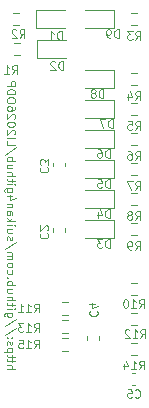
<source format=gbo>
G04 #@! TF.GenerationSoftware,KiCad,Pcbnew,5.1.12-84ad8e8a86~92~ubuntu20.04.1*
G04 #@! TF.CreationDate,2022-01-11T07:23:18+09:00*
G04 #@! TF.ProjectId,LI2026ODP,4c493230-3236-44f4-9450-2e6b69636164,rev?*
G04 #@! TF.SameCoordinates,Original*
G04 #@! TF.FileFunction,Legend,Bot*
G04 #@! TF.FilePolarity,Positive*
%FSLAX46Y46*%
G04 Gerber Fmt 4.6, Leading zero omitted, Abs format (unit mm)*
G04 Created by KiCad (PCBNEW 5.1.12-84ad8e8a86~92~ubuntu20.04.1) date 2022-01-11 07:23:18*
%MOMM*%
%LPD*%
G01*
G04 APERTURE LIST*
%ADD10C,0.100000*%
%ADD11C,0.120000*%
G04 APERTURE END LIST*
D10*
X119063333Y-115973333D02*
X119763333Y-115973333D01*
X119063333Y-115673333D02*
X119430000Y-115673333D01*
X119496666Y-115706666D01*
X119530000Y-115773333D01*
X119530000Y-115873333D01*
X119496666Y-115940000D01*
X119463333Y-115973333D01*
X119530000Y-115440000D02*
X119530000Y-115173333D01*
X119763333Y-115340000D02*
X119163333Y-115340000D01*
X119096666Y-115306666D01*
X119063333Y-115240000D01*
X119063333Y-115173333D01*
X119530000Y-115040000D02*
X119530000Y-114773333D01*
X119763333Y-114940000D02*
X119163333Y-114940000D01*
X119096666Y-114906666D01*
X119063333Y-114840000D01*
X119063333Y-114773333D01*
X119530000Y-114540000D02*
X118830000Y-114540000D01*
X119496666Y-114540000D02*
X119530000Y-114473333D01*
X119530000Y-114340000D01*
X119496666Y-114273333D01*
X119463333Y-114240000D01*
X119396666Y-114206666D01*
X119196666Y-114206666D01*
X119130000Y-114240000D01*
X119096666Y-114273333D01*
X119063333Y-114340000D01*
X119063333Y-114473333D01*
X119096666Y-114540000D01*
X119096666Y-113940000D02*
X119063333Y-113873333D01*
X119063333Y-113740000D01*
X119096666Y-113673333D01*
X119163333Y-113640000D01*
X119196666Y-113640000D01*
X119263333Y-113673333D01*
X119296666Y-113740000D01*
X119296666Y-113840000D01*
X119330000Y-113906666D01*
X119396666Y-113940000D01*
X119430000Y-113940000D01*
X119496666Y-113906666D01*
X119530000Y-113840000D01*
X119530000Y-113740000D01*
X119496666Y-113673333D01*
X119130000Y-113340000D02*
X119096666Y-113306666D01*
X119063333Y-113340000D01*
X119096666Y-113373333D01*
X119130000Y-113340000D01*
X119063333Y-113340000D01*
X119496666Y-113340000D02*
X119463333Y-113306666D01*
X119430000Y-113340000D01*
X119463333Y-113373333D01*
X119496666Y-113340000D01*
X119430000Y-113340000D01*
X119796666Y-112506666D02*
X118896666Y-113106666D01*
X119796666Y-111773333D02*
X118896666Y-112373333D01*
X119530000Y-111240000D02*
X118963333Y-111240000D01*
X118896666Y-111273333D01*
X118863333Y-111306666D01*
X118830000Y-111373333D01*
X118830000Y-111473333D01*
X118863333Y-111540000D01*
X119096666Y-111240000D02*
X119063333Y-111306666D01*
X119063333Y-111440000D01*
X119096666Y-111506666D01*
X119130000Y-111540000D01*
X119196666Y-111573333D01*
X119396666Y-111573333D01*
X119463333Y-111540000D01*
X119496666Y-111506666D01*
X119530000Y-111440000D01*
X119530000Y-111306666D01*
X119496666Y-111240000D01*
X119063333Y-110906666D02*
X119530000Y-110906666D01*
X119763333Y-110906666D02*
X119730000Y-110940000D01*
X119696666Y-110906666D01*
X119730000Y-110873333D01*
X119763333Y-110906666D01*
X119696666Y-110906666D01*
X119530000Y-110673333D02*
X119530000Y-110406666D01*
X119763333Y-110573333D02*
X119163333Y-110573333D01*
X119096666Y-110540000D01*
X119063333Y-110473333D01*
X119063333Y-110406666D01*
X119063333Y-110173333D02*
X119763333Y-110173333D01*
X119063333Y-109873333D02*
X119430000Y-109873333D01*
X119496666Y-109906666D01*
X119530000Y-109973333D01*
X119530000Y-110073333D01*
X119496666Y-110140000D01*
X119463333Y-110173333D01*
X119530000Y-109240000D02*
X119063333Y-109240000D01*
X119530000Y-109540000D02*
X119163333Y-109540000D01*
X119096666Y-109506666D01*
X119063333Y-109440000D01*
X119063333Y-109340000D01*
X119096666Y-109273333D01*
X119130000Y-109240000D01*
X119063333Y-108906666D02*
X119763333Y-108906666D01*
X119496666Y-108906666D02*
X119530000Y-108840000D01*
X119530000Y-108706666D01*
X119496666Y-108640000D01*
X119463333Y-108606666D01*
X119396666Y-108573333D01*
X119196666Y-108573333D01*
X119130000Y-108606666D01*
X119096666Y-108640000D01*
X119063333Y-108706666D01*
X119063333Y-108840000D01*
X119096666Y-108906666D01*
X119130000Y-108273333D02*
X119096666Y-108240000D01*
X119063333Y-108273333D01*
X119096666Y-108306666D01*
X119130000Y-108273333D01*
X119063333Y-108273333D01*
X119096666Y-107640000D02*
X119063333Y-107706666D01*
X119063333Y-107840000D01*
X119096666Y-107906666D01*
X119130000Y-107940000D01*
X119196666Y-107973333D01*
X119396666Y-107973333D01*
X119463333Y-107940000D01*
X119496666Y-107906666D01*
X119530000Y-107840000D01*
X119530000Y-107706666D01*
X119496666Y-107640000D01*
X119063333Y-107240000D02*
X119096666Y-107306666D01*
X119130000Y-107340000D01*
X119196666Y-107373333D01*
X119396666Y-107373333D01*
X119463333Y-107340000D01*
X119496666Y-107306666D01*
X119530000Y-107240000D01*
X119530000Y-107140000D01*
X119496666Y-107073333D01*
X119463333Y-107040000D01*
X119396666Y-107006666D01*
X119196666Y-107006666D01*
X119130000Y-107040000D01*
X119096666Y-107073333D01*
X119063333Y-107140000D01*
X119063333Y-107240000D01*
X119063333Y-106706666D02*
X119530000Y-106706666D01*
X119463333Y-106706666D02*
X119496666Y-106673333D01*
X119530000Y-106606666D01*
X119530000Y-106506666D01*
X119496666Y-106440000D01*
X119430000Y-106406666D01*
X119063333Y-106406666D01*
X119430000Y-106406666D02*
X119496666Y-106373333D01*
X119530000Y-106306666D01*
X119530000Y-106206666D01*
X119496666Y-106140000D01*
X119430000Y-106106666D01*
X119063333Y-106106666D01*
X119796666Y-105273333D02*
X118896666Y-105873333D01*
X119096666Y-105073333D02*
X119063333Y-105006666D01*
X119063333Y-104873333D01*
X119096666Y-104806666D01*
X119163333Y-104773333D01*
X119196666Y-104773333D01*
X119263333Y-104806666D01*
X119296666Y-104873333D01*
X119296666Y-104973333D01*
X119330000Y-105040000D01*
X119396666Y-105073333D01*
X119430000Y-105073333D01*
X119496666Y-105040000D01*
X119530000Y-104973333D01*
X119530000Y-104873333D01*
X119496666Y-104806666D01*
X119530000Y-104173333D02*
X119063333Y-104173333D01*
X119530000Y-104473333D02*
X119163333Y-104473333D01*
X119096666Y-104440000D01*
X119063333Y-104373333D01*
X119063333Y-104273333D01*
X119096666Y-104206666D01*
X119130000Y-104173333D01*
X119063333Y-103840000D02*
X119530000Y-103840000D01*
X119763333Y-103840000D02*
X119730000Y-103873333D01*
X119696666Y-103840000D01*
X119730000Y-103806666D01*
X119763333Y-103840000D01*
X119696666Y-103840000D01*
X119063333Y-103506666D02*
X119763333Y-103506666D01*
X119330000Y-103440000D02*
X119063333Y-103240000D01*
X119530000Y-103240000D02*
X119263333Y-103506666D01*
X119063333Y-102640000D02*
X119430000Y-102640000D01*
X119496666Y-102673333D01*
X119530000Y-102740000D01*
X119530000Y-102873333D01*
X119496666Y-102940000D01*
X119096666Y-102640000D02*
X119063333Y-102706666D01*
X119063333Y-102873333D01*
X119096666Y-102940000D01*
X119163333Y-102973333D01*
X119230000Y-102973333D01*
X119296666Y-102940000D01*
X119330000Y-102873333D01*
X119330000Y-102706666D01*
X119363333Y-102640000D01*
X119530000Y-102306666D02*
X119063333Y-102306666D01*
X119463333Y-102306666D02*
X119496666Y-102273333D01*
X119530000Y-102206666D01*
X119530000Y-102106666D01*
X119496666Y-102040000D01*
X119430000Y-102006666D01*
X119063333Y-102006666D01*
X119530000Y-101373333D02*
X119063333Y-101373333D01*
X119796666Y-101540000D02*
X119296666Y-101706666D01*
X119296666Y-101273333D01*
X119530000Y-100706666D02*
X118963333Y-100706666D01*
X118896666Y-100740000D01*
X118863333Y-100773333D01*
X118830000Y-100840000D01*
X118830000Y-100940000D01*
X118863333Y-101006666D01*
X119096666Y-100706666D02*
X119063333Y-100773333D01*
X119063333Y-100906666D01*
X119096666Y-100973333D01*
X119130000Y-101006666D01*
X119196666Y-101040000D01*
X119396666Y-101040000D01*
X119463333Y-101006666D01*
X119496666Y-100973333D01*
X119530000Y-100906666D01*
X119530000Y-100773333D01*
X119496666Y-100706666D01*
X119063333Y-100373333D02*
X119530000Y-100373333D01*
X119763333Y-100373333D02*
X119730000Y-100406666D01*
X119696666Y-100373333D01*
X119730000Y-100340000D01*
X119763333Y-100373333D01*
X119696666Y-100373333D01*
X119530000Y-100140000D02*
X119530000Y-99873333D01*
X119763333Y-100040000D02*
X119163333Y-100040000D01*
X119096666Y-100006666D01*
X119063333Y-99940000D01*
X119063333Y-99873333D01*
X119063333Y-99640000D02*
X119763333Y-99640000D01*
X119063333Y-99340000D02*
X119430000Y-99340000D01*
X119496666Y-99373333D01*
X119530000Y-99440000D01*
X119530000Y-99540000D01*
X119496666Y-99606666D01*
X119463333Y-99640000D01*
X119530000Y-98706666D02*
X119063333Y-98706666D01*
X119530000Y-99006666D02*
X119163333Y-99006666D01*
X119096666Y-98973333D01*
X119063333Y-98906666D01*
X119063333Y-98806666D01*
X119096666Y-98740000D01*
X119130000Y-98706666D01*
X119063333Y-98373333D02*
X119763333Y-98373333D01*
X119496666Y-98373333D02*
X119530000Y-98306666D01*
X119530000Y-98173333D01*
X119496666Y-98106666D01*
X119463333Y-98073333D01*
X119396666Y-98040000D01*
X119196666Y-98040000D01*
X119130000Y-98073333D01*
X119096666Y-98106666D01*
X119063333Y-98173333D01*
X119063333Y-98306666D01*
X119096666Y-98373333D01*
X119796666Y-97240000D02*
X118896666Y-97840000D01*
X119063333Y-96673333D02*
X119063333Y-97006666D01*
X119763333Y-97006666D01*
X119063333Y-96440000D02*
X119763333Y-96440000D01*
X119696666Y-96140000D02*
X119730000Y-96106666D01*
X119763333Y-96040000D01*
X119763333Y-95873333D01*
X119730000Y-95806666D01*
X119696666Y-95773333D01*
X119630000Y-95740000D01*
X119563333Y-95740000D01*
X119463333Y-95773333D01*
X119063333Y-96173333D01*
X119063333Y-95740000D01*
X119763333Y-95306666D02*
X119763333Y-95240000D01*
X119730000Y-95173333D01*
X119696666Y-95140000D01*
X119630000Y-95106666D01*
X119496666Y-95073333D01*
X119330000Y-95073333D01*
X119196666Y-95106666D01*
X119130000Y-95140000D01*
X119096666Y-95173333D01*
X119063333Y-95240000D01*
X119063333Y-95306666D01*
X119096666Y-95373333D01*
X119130000Y-95406666D01*
X119196666Y-95440000D01*
X119330000Y-95473333D01*
X119496666Y-95473333D01*
X119630000Y-95440000D01*
X119696666Y-95406666D01*
X119730000Y-95373333D01*
X119763333Y-95306666D01*
X119696666Y-94806666D02*
X119730000Y-94773333D01*
X119763333Y-94706666D01*
X119763333Y-94540000D01*
X119730000Y-94473333D01*
X119696666Y-94440000D01*
X119630000Y-94406666D01*
X119563333Y-94406666D01*
X119463333Y-94440000D01*
X119063333Y-94840000D01*
X119063333Y-94406666D01*
X119763333Y-93806666D02*
X119763333Y-93940000D01*
X119730000Y-94006666D01*
X119696666Y-94040000D01*
X119596666Y-94106666D01*
X119463333Y-94140000D01*
X119196666Y-94140000D01*
X119130000Y-94106666D01*
X119096666Y-94073333D01*
X119063333Y-94006666D01*
X119063333Y-93873333D01*
X119096666Y-93806666D01*
X119130000Y-93773333D01*
X119196666Y-93740000D01*
X119363333Y-93740000D01*
X119430000Y-93773333D01*
X119463333Y-93806666D01*
X119496666Y-93873333D01*
X119496666Y-94006666D01*
X119463333Y-94073333D01*
X119430000Y-94106666D01*
X119363333Y-94140000D01*
X119763333Y-93306666D02*
X119763333Y-93173333D01*
X119730000Y-93106666D01*
X119663333Y-93040000D01*
X119530000Y-93006666D01*
X119296666Y-93006666D01*
X119163333Y-93040000D01*
X119096666Y-93106666D01*
X119063333Y-93173333D01*
X119063333Y-93306666D01*
X119096666Y-93373333D01*
X119163333Y-93440000D01*
X119296666Y-93473333D01*
X119530000Y-93473333D01*
X119663333Y-93440000D01*
X119730000Y-93373333D01*
X119763333Y-93306666D01*
X119063333Y-92706666D02*
X119763333Y-92706666D01*
X119763333Y-92540000D01*
X119730000Y-92440000D01*
X119663333Y-92373333D01*
X119596666Y-92340000D01*
X119463333Y-92306666D01*
X119363333Y-92306666D01*
X119230000Y-92340000D01*
X119163333Y-92373333D01*
X119096666Y-92440000D01*
X119063333Y-92540000D01*
X119063333Y-92706666D01*
X119063333Y-92006666D02*
X119763333Y-92006666D01*
X119763333Y-91740000D01*
X119730000Y-91673333D01*
X119696666Y-91640000D01*
X119630000Y-91606666D01*
X119530000Y-91606666D01*
X119463333Y-91640000D01*
X119430000Y-91673333D01*
X119396666Y-91740000D01*
X119396666Y-92006666D01*
D11*
G04 #@! TO.C,C5*
X129940267Y-117350000D02*
X129647733Y-117350000D01*
X129940267Y-116330000D02*
X129647733Y-116330000D01*
G04 #@! TO.C,R15*
X124204724Y-114441500D02*
X123695276Y-114441500D01*
X124204724Y-113396500D02*
X123695276Y-113396500D01*
G04 #@! TO.C,R14*
X130072224Y-114822500D02*
X129562776Y-114822500D01*
X130072224Y-113777500D02*
X129562776Y-113777500D01*
G04 #@! TO.C,R13*
X124204724Y-112917500D02*
X123695276Y-112917500D01*
X124204724Y-111872500D02*
X123695276Y-111872500D01*
G04 #@! TO.C,R12*
X130072224Y-112282500D02*
X129562776Y-112282500D01*
X130072224Y-111237500D02*
X129562776Y-111237500D01*
G04 #@! TO.C,R11*
X124204724Y-111393500D02*
X123695276Y-111393500D01*
X124204724Y-110348500D02*
X123695276Y-110348500D01*
G04 #@! TO.C,R10*
X130072224Y-109742500D02*
X129562776Y-109742500D01*
X130072224Y-108697500D02*
X129562776Y-108697500D01*
G04 #@! TO.C,R9*
X129562776Y-103617500D02*
X130072224Y-103617500D01*
X129562776Y-104662500D02*
X130072224Y-104662500D01*
G04 #@! TO.C,R8*
X129562776Y-101077500D02*
X130072224Y-101077500D01*
X129562776Y-102122500D02*
X130072224Y-102122500D01*
G04 #@! TO.C,R7*
X129562776Y-98537500D02*
X130072224Y-98537500D01*
X129562776Y-99582500D02*
X130072224Y-99582500D01*
G04 #@! TO.C,R6*
X129562776Y-95997500D02*
X130072224Y-95997500D01*
X129562776Y-97042500D02*
X130072224Y-97042500D01*
G04 #@! TO.C,R5*
X129562776Y-93457500D02*
X130072224Y-93457500D01*
X129562776Y-94502500D02*
X130072224Y-94502500D01*
G04 #@! TO.C,D9*
X128166000Y-87095000D02*
X125706000Y-87095000D01*
X128166000Y-85625000D02*
X128166000Y-87095000D01*
X125706000Y-85625000D02*
X128166000Y-85625000D01*
G04 #@! TO.C,D7*
X128138000Y-94715000D02*
X125678000Y-94715000D01*
X128138000Y-93245000D02*
X128138000Y-94715000D01*
X125678000Y-93245000D02*
X128138000Y-93245000D01*
G04 #@! TO.C,D6*
X128138000Y-97255000D02*
X125678000Y-97255000D01*
X128138000Y-95785000D02*
X128138000Y-97255000D01*
X125678000Y-95785000D02*
X128138000Y-95785000D01*
G04 #@! TO.C,D5*
X128138000Y-99795000D02*
X125678000Y-99795000D01*
X128138000Y-98325000D02*
X128138000Y-99795000D01*
X125678000Y-98325000D02*
X128138000Y-98325000D01*
G04 #@! TO.C,C4*
X125855000Y-113530767D02*
X125855000Y-113238233D01*
X126875000Y-113530767D02*
X126875000Y-113238233D01*
G04 #@! TO.C,C3*
X122934000Y-98851767D02*
X122934000Y-98559233D01*
X123954000Y-98851767D02*
X123954000Y-98559233D01*
G04 #@! TO.C,C2*
X123954000Y-104094233D02*
X123954000Y-104386767D01*
X122934000Y-104094233D02*
X122934000Y-104386767D01*
G04 #@! TO.C,R3*
X129562776Y-85837500D02*
X130072224Y-85837500D01*
X129562776Y-86882500D02*
X130072224Y-86882500D01*
G04 #@! TO.C,R2*
X120119224Y-86882500D02*
X119609776Y-86882500D01*
X120119224Y-85837500D02*
X119609776Y-85837500D01*
G04 #@! TO.C,R1*
X120205724Y-89422500D02*
X119696276Y-89422500D01*
X120205724Y-88377500D02*
X119696276Y-88377500D01*
G04 #@! TO.C,D4*
X128138000Y-102335000D02*
X125678000Y-102335000D01*
X128138000Y-100865000D02*
X128138000Y-102335000D01*
X125678000Y-100865000D02*
X128138000Y-100865000D01*
G04 #@! TO.C,D3*
X128138000Y-104875000D02*
X125678000Y-104875000D01*
X128138000Y-103405000D02*
X128138000Y-104875000D01*
X125678000Y-103405000D02*
X128138000Y-103405000D01*
G04 #@! TO.C,D2*
X121643000Y-88165000D02*
X124103000Y-88165000D01*
X121643000Y-89635000D02*
X121643000Y-88165000D01*
X124103000Y-89635000D02*
X121643000Y-89635000D01*
G04 #@! TO.C,D1*
X121516000Y-85625000D02*
X123976000Y-85625000D01*
X121516000Y-87095000D02*
X121516000Y-85625000D01*
X123976000Y-87095000D02*
X121516000Y-87095000D01*
G04 #@! TO.C,R4*
X129562776Y-90917500D02*
X130072224Y-90917500D01*
X129562776Y-91962500D02*
X130072224Y-91962500D01*
G04 #@! TO.C,D8*
X128138000Y-92175000D02*
X125678000Y-92175000D01*
X128138000Y-90705000D02*
X128138000Y-92175000D01*
X125678000Y-90705000D02*
X128138000Y-90705000D01*
G04 #@! TO.C,C5*
D10*
X129910666Y-118360000D02*
X129944000Y-118393333D01*
X130044000Y-118426666D01*
X130110666Y-118426666D01*
X130210666Y-118393333D01*
X130277333Y-118326666D01*
X130310666Y-118260000D01*
X130344000Y-118126666D01*
X130344000Y-118026666D01*
X130310666Y-117893333D01*
X130277333Y-117826666D01*
X130210666Y-117760000D01*
X130110666Y-117726666D01*
X130044000Y-117726666D01*
X129944000Y-117760000D01*
X129910666Y-117793333D01*
X129277333Y-117726666D02*
X129610666Y-117726666D01*
X129644000Y-118060000D01*
X129610666Y-118026666D01*
X129544000Y-117993333D01*
X129377333Y-117993333D01*
X129310666Y-118026666D01*
X129277333Y-118060000D01*
X129244000Y-118126666D01*
X129244000Y-118293333D01*
X129277333Y-118360000D01*
X129310666Y-118393333D01*
X129377333Y-118426666D01*
X129544000Y-118426666D01*
X129610666Y-118393333D01*
X129644000Y-118360000D01*
G04 #@! TO.C,R15*
X121354000Y-114235666D02*
X121587333Y-113902333D01*
X121754000Y-114235666D02*
X121754000Y-113535666D01*
X121487333Y-113535666D01*
X121420666Y-113569000D01*
X121387333Y-113602333D01*
X121354000Y-113669000D01*
X121354000Y-113769000D01*
X121387333Y-113835666D01*
X121420666Y-113869000D01*
X121487333Y-113902333D01*
X121754000Y-113902333D01*
X120687333Y-114235666D02*
X121087333Y-114235666D01*
X120887333Y-114235666D02*
X120887333Y-113535666D01*
X120954000Y-113635666D01*
X121020666Y-113702333D01*
X121087333Y-113735666D01*
X120054000Y-113535666D02*
X120387333Y-113535666D01*
X120420666Y-113869000D01*
X120387333Y-113835666D01*
X120320666Y-113802333D01*
X120154000Y-113802333D01*
X120087333Y-113835666D01*
X120054000Y-113869000D01*
X120020666Y-113935666D01*
X120020666Y-114102333D01*
X120054000Y-114169000D01*
X120087333Y-114202333D01*
X120154000Y-114235666D01*
X120320666Y-114235666D01*
X120387333Y-114202333D01*
X120420666Y-114169000D01*
G04 #@! TO.C,R14*
X130267500Y-116013666D02*
X130500833Y-115680333D01*
X130667500Y-116013666D02*
X130667500Y-115313666D01*
X130400833Y-115313666D01*
X130334166Y-115347000D01*
X130300833Y-115380333D01*
X130267500Y-115447000D01*
X130267500Y-115547000D01*
X130300833Y-115613666D01*
X130334166Y-115647000D01*
X130400833Y-115680333D01*
X130667500Y-115680333D01*
X129600833Y-116013666D02*
X130000833Y-116013666D01*
X129800833Y-116013666D02*
X129800833Y-115313666D01*
X129867500Y-115413666D01*
X129934166Y-115480333D01*
X130000833Y-115513666D01*
X129000833Y-115547000D02*
X129000833Y-116013666D01*
X129167500Y-115280333D02*
X129334166Y-115780333D01*
X128900833Y-115780333D01*
G04 #@! TO.C,R13*
X121354000Y-112838666D02*
X121587333Y-112505333D01*
X121754000Y-112838666D02*
X121754000Y-112138666D01*
X121487333Y-112138666D01*
X121420666Y-112172000D01*
X121387333Y-112205333D01*
X121354000Y-112272000D01*
X121354000Y-112372000D01*
X121387333Y-112438666D01*
X121420666Y-112472000D01*
X121487333Y-112505333D01*
X121754000Y-112505333D01*
X120687333Y-112838666D02*
X121087333Y-112838666D01*
X120887333Y-112838666D02*
X120887333Y-112138666D01*
X120954000Y-112238666D01*
X121020666Y-112305333D01*
X121087333Y-112338666D01*
X120454000Y-112138666D02*
X120020666Y-112138666D01*
X120254000Y-112405333D01*
X120154000Y-112405333D01*
X120087333Y-112438666D01*
X120054000Y-112472000D01*
X120020666Y-112538666D01*
X120020666Y-112705333D01*
X120054000Y-112772000D01*
X120087333Y-112805333D01*
X120154000Y-112838666D01*
X120354000Y-112838666D01*
X120420666Y-112805333D01*
X120454000Y-112772000D01*
G04 #@! TO.C,R12*
X130371000Y-113346666D02*
X130604333Y-113013333D01*
X130771000Y-113346666D02*
X130771000Y-112646666D01*
X130504333Y-112646666D01*
X130437666Y-112680000D01*
X130404333Y-112713333D01*
X130371000Y-112780000D01*
X130371000Y-112880000D01*
X130404333Y-112946666D01*
X130437666Y-112980000D01*
X130504333Y-113013333D01*
X130771000Y-113013333D01*
X129704333Y-113346666D02*
X130104333Y-113346666D01*
X129904333Y-113346666D02*
X129904333Y-112646666D01*
X129971000Y-112746666D01*
X130037666Y-112813333D01*
X130104333Y-112846666D01*
X129437666Y-112713333D02*
X129404333Y-112680000D01*
X129337666Y-112646666D01*
X129171000Y-112646666D01*
X129104333Y-112680000D01*
X129071000Y-112713333D01*
X129037666Y-112780000D01*
X129037666Y-112846666D01*
X129071000Y-112946666D01*
X129471000Y-113346666D01*
X129037666Y-113346666D01*
G04 #@! TO.C,R11*
X121354000Y-111187666D02*
X121587333Y-110854333D01*
X121754000Y-111187666D02*
X121754000Y-110487666D01*
X121487333Y-110487666D01*
X121420666Y-110521000D01*
X121387333Y-110554333D01*
X121354000Y-110621000D01*
X121354000Y-110721000D01*
X121387333Y-110787666D01*
X121420666Y-110821000D01*
X121487333Y-110854333D01*
X121754000Y-110854333D01*
X120687333Y-111187666D02*
X121087333Y-111187666D01*
X120887333Y-111187666D02*
X120887333Y-110487666D01*
X120954000Y-110587666D01*
X121020666Y-110654333D01*
X121087333Y-110687666D01*
X120020666Y-111187666D02*
X120420666Y-111187666D01*
X120220666Y-111187666D02*
X120220666Y-110487666D01*
X120287333Y-110587666D01*
X120354000Y-110654333D01*
X120420666Y-110687666D01*
G04 #@! TO.C,R10*
X130244000Y-110806666D02*
X130477333Y-110473333D01*
X130644000Y-110806666D02*
X130644000Y-110106666D01*
X130377333Y-110106666D01*
X130310666Y-110140000D01*
X130277333Y-110173333D01*
X130244000Y-110240000D01*
X130244000Y-110340000D01*
X130277333Y-110406666D01*
X130310666Y-110440000D01*
X130377333Y-110473333D01*
X130644000Y-110473333D01*
X129577333Y-110806666D02*
X129977333Y-110806666D01*
X129777333Y-110806666D02*
X129777333Y-110106666D01*
X129844000Y-110206666D01*
X129910666Y-110273333D01*
X129977333Y-110306666D01*
X129144000Y-110106666D02*
X129077333Y-110106666D01*
X129010666Y-110140000D01*
X128977333Y-110173333D01*
X128944000Y-110240000D01*
X128910666Y-110373333D01*
X128910666Y-110540000D01*
X128944000Y-110673333D01*
X128977333Y-110740000D01*
X129010666Y-110773333D01*
X129077333Y-110806666D01*
X129144000Y-110806666D01*
X129210666Y-110773333D01*
X129244000Y-110740000D01*
X129277333Y-110673333D01*
X129310666Y-110540000D01*
X129310666Y-110373333D01*
X129277333Y-110240000D01*
X129244000Y-110173333D01*
X129210666Y-110140000D01*
X129144000Y-110106666D01*
G04 #@! TO.C,R9*
X129934166Y-105886666D02*
X130167500Y-105553333D01*
X130334166Y-105886666D02*
X130334166Y-105186666D01*
X130067500Y-105186666D01*
X130000833Y-105220000D01*
X129967500Y-105253333D01*
X129934166Y-105320000D01*
X129934166Y-105420000D01*
X129967500Y-105486666D01*
X130000833Y-105520000D01*
X130067500Y-105553333D01*
X130334166Y-105553333D01*
X129600833Y-105886666D02*
X129467500Y-105886666D01*
X129400833Y-105853333D01*
X129367500Y-105820000D01*
X129300833Y-105720000D01*
X129267500Y-105586666D01*
X129267500Y-105320000D01*
X129300833Y-105253333D01*
X129334166Y-105220000D01*
X129400833Y-105186666D01*
X129534166Y-105186666D01*
X129600833Y-105220000D01*
X129634166Y-105253333D01*
X129667500Y-105320000D01*
X129667500Y-105486666D01*
X129634166Y-105553333D01*
X129600833Y-105586666D01*
X129534166Y-105620000D01*
X129400833Y-105620000D01*
X129334166Y-105586666D01*
X129300833Y-105553333D01*
X129267500Y-105486666D01*
G04 #@! TO.C,R8*
X129934166Y-103346666D02*
X130167500Y-103013333D01*
X130334166Y-103346666D02*
X130334166Y-102646666D01*
X130067500Y-102646666D01*
X130000833Y-102680000D01*
X129967500Y-102713333D01*
X129934166Y-102780000D01*
X129934166Y-102880000D01*
X129967500Y-102946666D01*
X130000833Y-102980000D01*
X130067500Y-103013333D01*
X130334166Y-103013333D01*
X129534166Y-102946666D02*
X129600833Y-102913333D01*
X129634166Y-102880000D01*
X129667500Y-102813333D01*
X129667500Y-102780000D01*
X129634166Y-102713333D01*
X129600833Y-102680000D01*
X129534166Y-102646666D01*
X129400833Y-102646666D01*
X129334166Y-102680000D01*
X129300833Y-102713333D01*
X129267500Y-102780000D01*
X129267500Y-102813333D01*
X129300833Y-102880000D01*
X129334166Y-102913333D01*
X129400833Y-102946666D01*
X129534166Y-102946666D01*
X129600833Y-102980000D01*
X129634166Y-103013333D01*
X129667500Y-103080000D01*
X129667500Y-103213333D01*
X129634166Y-103280000D01*
X129600833Y-103313333D01*
X129534166Y-103346666D01*
X129400833Y-103346666D01*
X129334166Y-103313333D01*
X129300833Y-103280000D01*
X129267500Y-103213333D01*
X129267500Y-103080000D01*
X129300833Y-103013333D01*
X129334166Y-102980000D01*
X129400833Y-102946666D01*
G04 #@! TO.C,R7*
X129934166Y-100806666D02*
X130167500Y-100473333D01*
X130334166Y-100806666D02*
X130334166Y-100106666D01*
X130067500Y-100106666D01*
X130000833Y-100140000D01*
X129967500Y-100173333D01*
X129934166Y-100240000D01*
X129934166Y-100340000D01*
X129967500Y-100406666D01*
X130000833Y-100440000D01*
X130067500Y-100473333D01*
X130334166Y-100473333D01*
X129700833Y-100106666D02*
X129234166Y-100106666D01*
X129534166Y-100806666D01*
G04 #@! TO.C,R6*
X129934166Y-98266666D02*
X130167500Y-97933333D01*
X130334166Y-98266666D02*
X130334166Y-97566666D01*
X130067500Y-97566666D01*
X130000833Y-97600000D01*
X129967500Y-97633333D01*
X129934166Y-97700000D01*
X129934166Y-97800000D01*
X129967500Y-97866666D01*
X130000833Y-97900000D01*
X130067500Y-97933333D01*
X130334166Y-97933333D01*
X129334166Y-97566666D02*
X129467500Y-97566666D01*
X129534166Y-97600000D01*
X129567500Y-97633333D01*
X129634166Y-97733333D01*
X129667500Y-97866666D01*
X129667500Y-98133333D01*
X129634166Y-98200000D01*
X129600833Y-98233333D01*
X129534166Y-98266666D01*
X129400833Y-98266666D01*
X129334166Y-98233333D01*
X129300833Y-98200000D01*
X129267500Y-98133333D01*
X129267500Y-97966666D01*
X129300833Y-97900000D01*
X129334166Y-97866666D01*
X129400833Y-97833333D01*
X129534166Y-97833333D01*
X129600833Y-97866666D01*
X129634166Y-97900000D01*
X129667500Y-97966666D01*
G04 #@! TO.C,R5*
X129934166Y-95726666D02*
X130167500Y-95393333D01*
X130334166Y-95726666D02*
X130334166Y-95026666D01*
X130067500Y-95026666D01*
X130000833Y-95060000D01*
X129967500Y-95093333D01*
X129934166Y-95160000D01*
X129934166Y-95260000D01*
X129967500Y-95326666D01*
X130000833Y-95360000D01*
X130067500Y-95393333D01*
X130334166Y-95393333D01*
X129300833Y-95026666D02*
X129634166Y-95026666D01*
X129667500Y-95360000D01*
X129634166Y-95326666D01*
X129567500Y-95293333D01*
X129400833Y-95293333D01*
X129334166Y-95326666D01*
X129300833Y-95360000D01*
X129267500Y-95426666D01*
X129267500Y-95593333D01*
X129300833Y-95660000D01*
X129334166Y-95693333D01*
X129400833Y-95726666D01*
X129567500Y-95726666D01*
X129634166Y-95693333D01*
X129667500Y-95660000D01*
G04 #@! TO.C,D9*
X128532666Y-87946666D02*
X128532666Y-87246666D01*
X128366000Y-87246666D01*
X128266000Y-87280000D01*
X128199333Y-87346666D01*
X128166000Y-87413333D01*
X128132666Y-87546666D01*
X128132666Y-87646666D01*
X128166000Y-87780000D01*
X128199333Y-87846666D01*
X128266000Y-87913333D01*
X128366000Y-87946666D01*
X128532666Y-87946666D01*
X127799333Y-87946666D02*
X127666000Y-87946666D01*
X127599333Y-87913333D01*
X127566000Y-87880000D01*
X127499333Y-87780000D01*
X127466000Y-87646666D01*
X127466000Y-87380000D01*
X127499333Y-87313333D01*
X127532666Y-87280000D01*
X127599333Y-87246666D01*
X127732666Y-87246666D01*
X127799333Y-87280000D01*
X127832666Y-87313333D01*
X127866000Y-87380000D01*
X127866000Y-87546666D01*
X127832666Y-87613333D01*
X127799333Y-87646666D01*
X127732666Y-87680000D01*
X127599333Y-87680000D01*
X127532666Y-87646666D01*
X127499333Y-87613333D01*
X127466000Y-87546666D01*
G04 #@! TO.C,D7*
X128024666Y-95566666D02*
X128024666Y-94866666D01*
X127858000Y-94866666D01*
X127758000Y-94900000D01*
X127691333Y-94966666D01*
X127658000Y-95033333D01*
X127624666Y-95166666D01*
X127624666Y-95266666D01*
X127658000Y-95400000D01*
X127691333Y-95466666D01*
X127758000Y-95533333D01*
X127858000Y-95566666D01*
X128024666Y-95566666D01*
X127391333Y-94866666D02*
X126924666Y-94866666D01*
X127224666Y-95566666D01*
G04 #@! TO.C,D6*
X127770666Y-98106666D02*
X127770666Y-97406666D01*
X127604000Y-97406666D01*
X127504000Y-97440000D01*
X127437333Y-97506666D01*
X127404000Y-97573333D01*
X127370666Y-97706666D01*
X127370666Y-97806666D01*
X127404000Y-97940000D01*
X127437333Y-98006666D01*
X127504000Y-98073333D01*
X127604000Y-98106666D01*
X127770666Y-98106666D01*
X126770666Y-97406666D02*
X126904000Y-97406666D01*
X126970666Y-97440000D01*
X127004000Y-97473333D01*
X127070666Y-97573333D01*
X127104000Y-97706666D01*
X127104000Y-97973333D01*
X127070666Y-98040000D01*
X127037333Y-98073333D01*
X126970666Y-98106666D01*
X126837333Y-98106666D01*
X126770666Y-98073333D01*
X126737333Y-98040000D01*
X126704000Y-97973333D01*
X126704000Y-97806666D01*
X126737333Y-97740000D01*
X126770666Y-97706666D01*
X126837333Y-97673333D01*
X126970666Y-97673333D01*
X127037333Y-97706666D01*
X127070666Y-97740000D01*
X127104000Y-97806666D01*
G04 #@! TO.C,D5*
X127770666Y-100646666D02*
X127770666Y-99946666D01*
X127604000Y-99946666D01*
X127504000Y-99980000D01*
X127437333Y-100046666D01*
X127404000Y-100113333D01*
X127370666Y-100246666D01*
X127370666Y-100346666D01*
X127404000Y-100480000D01*
X127437333Y-100546666D01*
X127504000Y-100613333D01*
X127604000Y-100646666D01*
X127770666Y-100646666D01*
X126737333Y-99946666D02*
X127070666Y-99946666D01*
X127104000Y-100280000D01*
X127070666Y-100246666D01*
X127004000Y-100213333D01*
X126837333Y-100213333D01*
X126770666Y-100246666D01*
X126737333Y-100280000D01*
X126704000Y-100346666D01*
X126704000Y-100513333D01*
X126737333Y-100580000D01*
X126770666Y-100613333D01*
X126837333Y-100646666D01*
X127004000Y-100646666D01*
X127070666Y-100613333D01*
X127104000Y-100580000D01*
G04 #@! TO.C,C4*
X126115000Y-111088166D02*
X126081666Y-111121500D01*
X126048333Y-111221500D01*
X126048333Y-111288166D01*
X126081666Y-111388166D01*
X126148333Y-111454833D01*
X126215000Y-111488166D01*
X126348333Y-111521500D01*
X126448333Y-111521500D01*
X126581666Y-111488166D01*
X126648333Y-111454833D01*
X126715000Y-111388166D01*
X126748333Y-111288166D01*
X126748333Y-111221500D01*
X126715000Y-111121500D01*
X126681666Y-111088166D01*
X126515000Y-110488166D02*
X126048333Y-110488166D01*
X126781666Y-110654833D02*
X126281666Y-110821500D01*
X126281666Y-110388166D01*
G04 #@! TO.C,C3*
X121924000Y-98922666D02*
X121890666Y-98956000D01*
X121857333Y-99056000D01*
X121857333Y-99122666D01*
X121890666Y-99222666D01*
X121957333Y-99289333D01*
X122024000Y-99322666D01*
X122157333Y-99356000D01*
X122257333Y-99356000D01*
X122390666Y-99322666D01*
X122457333Y-99289333D01*
X122524000Y-99222666D01*
X122557333Y-99122666D01*
X122557333Y-99056000D01*
X122524000Y-98956000D01*
X122490666Y-98922666D01*
X122557333Y-98689333D02*
X122557333Y-98256000D01*
X122290666Y-98489333D01*
X122290666Y-98389333D01*
X122257333Y-98322666D01*
X122224000Y-98289333D01*
X122157333Y-98256000D01*
X121990666Y-98256000D01*
X121924000Y-98289333D01*
X121890666Y-98322666D01*
X121857333Y-98389333D01*
X121857333Y-98589333D01*
X121890666Y-98656000D01*
X121924000Y-98689333D01*
G04 #@! TO.C,C2*
X121924000Y-104510666D02*
X121890666Y-104544000D01*
X121857333Y-104644000D01*
X121857333Y-104710666D01*
X121890666Y-104810666D01*
X121957333Y-104877333D01*
X122024000Y-104910666D01*
X122157333Y-104944000D01*
X122257333Y-104944000D01*
X122390666Y-104910666D01*
X122457333Y-104877333D01*
X122524000Y-104810666D01*
X122557333Y-104710666D01*
X122557333Y-104644000D01*
X122524000Y-104544000D01*
X122490666Y-104510666D01*
X122490666Y-104244000D02*
X122524000Y-104210666D01*
X122557333Y-104144000D01*
X122557333Y-103977333D01*
X122524000Y-103910666D01*
X122490666Y-103877333D01*
X122424000Y-103844000D01*
X122357333Y-103844000D01*
X122257333Y-103877333D01*
X121857333Y-104277333D01*
X121857333Y-103844000D01*
G04 #@! TO.C,R3*
X129934166Y-88106666D02*
X130167500Y-87773333D01*
X130334166Y-88106666D02*
X130334166Y-87406666D01*
X130067500Y-87406666D01*
X130000833Y-87440000D01*
X129967500Y-87473333D01*
X129934166Y-87540000D01*
X129934166Y-87640000D01*
X129967500Y-87706666D01*
X130000833Y-87740000D01*
X130067500Y-87773333D01*
X130334166Y-87773333D01*
X129700833Y-87406666D02*
X129267500Y-87406666D01*
X129500833Y-87673333D01*
X129400833Y-87673333D01*
X129334166Y-87706666D01*
X129300833Y-87740000D01*
X129267500Y-87806666D01*
X129267500Y-87973333D01*
X129300833Y-88040000D01*
X129334166Y-88073333D01*
X129400833Y-88106666D01*
X129600833Y-88106666D01*
X129667500Y-88073333D01*
X129700833Y-88040000D01*
G04 #@! TO.C,R2*
X120131666Y-87946666D02*
X120365000Y-87613333D01*
X120531666Y-87946666D02*
X120531666Y-87246666D01*
X120265000Y-87246666D01*
X120198333Y-87280000D01*
X120165000Y-87313333D01*
X120131666Y-87380000D01*
X120131666Y-87480000D01*
X120165000Y-87546666D01*
X120198333Y-87580000D01*
X120265000Y-87613333D01*
X120531666Y-87613333D01*
X119865000Y-87313333D02*
X119831666Y-87280000D01*
X119765000Y-87246666D01*
X119598333Y-87246666D01*
X119531666Y-87280000D01*
X119498333Y-87313333D01*
X119465000Y-87380000D01*
X119465000Y-87446666D01*
X119498333Y-87546666D01*
X119898333Y-87946666D01*
X119465000Y-87946666D01*
G04 #@! TO.C,R1*
X119496666Y-90994666D02*
X119730000Y-90661333D01*
X119896666Y-90994666D02*
X119896666Y-90294666D01*
X119630000Y-90294666D01*
X119563333Y-90328000D01*
X119530000Y-90361333D01*
X119496666Y-90428000D01*
X119496666Y-90528000D01*
X119530000Y-90594666D01*
X119563333Y-90628000D01*
X119630000Y-90661333D01*
X119896666Y-90661333D01*
X118830000Y-90994666D02*
X119230000Y-90994666D01*
X119030000Y-90994666D02*
X119030000Y-90294666D01*
X119096666Y-90394666D01*
X119163333Y-90461333D01*
X119230000Y-90494666D01*
G04 #@! TO.C,D4*
X127770666Y-103186666D02*
X127770666Y-102486666D01*
X127604000Y-102486666D01*
X127504000Y-102520000D01*
X127437333Y-102586666D01*
X127404000Y-102653333D01*
X127370666Y-102786666D01*
X127370666Y-102886666D01*
X127404000Y-103020000D01*
X127437333Y-103086666D01*
X127504000Y-103153333D01*
X127604000Y-103186666D01*
X127770666Y-103186666D01*
X126770666Y-102720000D02*
X126770666Y-103186666D01*
X126937333Y-102453333D02*
X127104000Y-102953333D01*
X126670666Y-102953333D01*
G04 #@! TO.C,D3*
X127770666Y-105726666D02*
X127770666Y-105026666D01*
X127604000Y-105026666D01*
X127504000Y-105060000D01*
X127437333Y-105126666D01*
X127404000Y-105193333D01*
X127370666Y-105326666D01*
X127370666Y-105426666D01*
X127404000Y-105560000D01*
X127437333Y-105626666D01*
X127504000Y-105693333D01*
X127604000Y-105726666D01*
X127770666Y-105726666D01*
X127137333Y-105026666D02*
X126704000Y-105026666D01*
X126937333Y-105293333D01*
X126837333Y-105293333D01*
X126770666Y-105326666D01*
X126737333Y-105360000D01*
X126704000Y-105426666D01*
X126704000Y-105593333D01*
X126737333Y-105660000D01*
X126770666Y-105693333D01*
X126837333Y-105726666D01*
X127037333Y-105726666D01*
X127104000Y-105693333D01*
X127137333Y-105660000D01*
G04 #@! TO.C,D2*
X123819666Y-90646666D02*
X123819666Y-89946666D01*
X123653000Y-89946666D01*
X123553000Y-89980000D01*
X123486333Y-90046666D01*
X123453000Y-90113333D01*
X123419666Y-90246666D01*
X123419666Y-90346666D01*
X123453000Y-90480000D01*
X123486333Y-90546666D01*
X123553000Y-90613333D01*
X123653000Y-90646666D01*
X123819666Y-90646666D01*
X123153000Y-90013333D02*
X123119666Y-89980000D01*
X123053000Y-89946666D01*
X122886333Y-89946666D01*
X122819666Y-89980000D01*
X122786333Y-90013333D01*
X122753000Y-90080000D01*
X122753000Y-90146666D01*
X122786333Y-90246666D01*
X123186333Y-90646666D01*
X122753000Y-90646666D01*
G04 #@! TO.C,D1*
X123692666Y-88106666D02*
X123692666Y-87406666D01*
X123526000Y-87406666D01*
X123426000Y-87440000D01*
X123359333Y-87506666D01*
X123326000Y-87573333D01*
X123292666Y-87706666D01*
X123292666Y-87806666D01*
X123326000Y-87940000D01*
X123359333Y-88006666D01*
X123426000Y-88073333D01*
X123526000Y-88106666D01*
X123692666Y-88106666D01*
X122626000Y-88106666D02*
X123026000Y-88106666D01*
X122826000Y-88106666D02*
X122826000Y-87406666D01*
X122892666Y-87506666D01*
X122959333Y-87573333D01*
X123026000Y-87606666D01*
G04 #@! TO.C,R4*
X129934166Y-93186666D02*
X130167500Y-92853333D01*
X130334166Y-93186666D02*
X130334166Y-92486666D01*
X130067500Y-92486666D01*
X130000833Y-92520000D01*
X129967500Y-92553333D01*
X129934166Y-92620000D01*
X129934166Y-92720000D01*
X129967500Y-92786666D01*
X130000833Y-92820000D01*
X130067500Y-92853333D01*
X130334166Y-92853333D01*
X129334166Y-92720000D02*
X129334166Y-93186666D01*
X129500833Y-92453333D02*
X129667500Y-92953333D01*
X129234166Y-92953333D01*
G04 #@! TO.C,D8*
X127234666Y-93026666D02*
X127234666Y-92326666D01*
X127068000Y-92326666D01*
X126968000Y-92360000D01*
X126901333Y-92426666D01*
X126868000Y-92493333D01*
X126834666Y-92626666D01*
X126834666Y-92726666D01*
X126868000Y-92860000D01*
X126901333Y-92926666D01*
X126968000Y-92993333D01*
X127068000Y-93026666D01*
X127234666Y-93026666D01*
X126434666Y-92626666D02*
X126501333Y-92593333D01*
X126534666Y-92560000D01*
X126568000Y-92493333D01*
X126568000Y-92460000D01*
X126534666Y-92393333D01*
X126501333Y-92360000D01*
X126434666Y-92326666D01*
X126301333Y-92326666D01*
X126234666Y-92360000D01*
X126201333Y-92393333D01*
X126168000Y-92460000D01*
X126168000Y-92493333D01*
X126201333Y-92560000D01*
X126234666Y-92593333D01*
X126301333Y-92626666D01*
X126434666Y-92626666D01*
X126501333Y-92660000D01*
X126534666Y-92693333D01*
X126568000Y-92760000D01*
X126568000Y-92893333D01*
X126534666Y-92960000D01*
X126501333Y-92993333D01*
X126434666Y-93026666D01*
X126301333Y-93026666D01*
X126234666Y-92993333D01*
X126201333Y-92960000D01*
X126168000Y-92893333D01*
X126168000Y-92760000D01*
X126201333Y-92693333D01*
X126234666Y-92660000D01*
X126301333Y-92626666D01*
G04 #@! TD*
M02*

</source>
